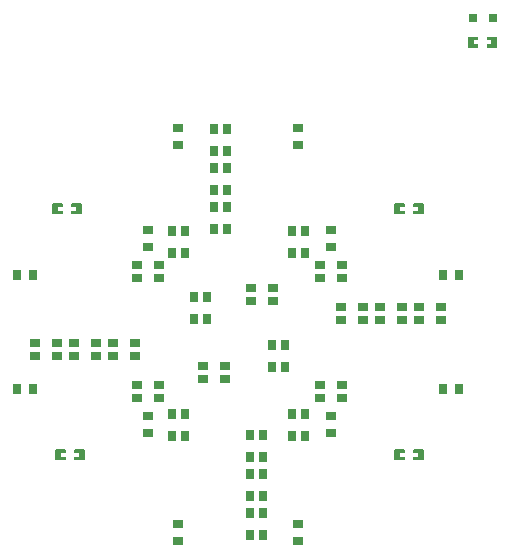
<source format=gtp>
G04 Layer: TopPasteMaskLayer*
G04 Panelize: , Column: 2, Row: 2, Board Size: 58.42mm x 58.42mm, Panelized Board Size: 118.84mm x 118.84mm*
G04 EasyEDA v6.5.32, 2023-07-25 17:12:40*
G04 90a50ce0e3964c3490e883de99d9e253,5a6b42c53f6a479593ecc07194224c93,10*
G04 Gerber Generator version 0.2*
G04 Scale: 100 percent, Rotated: No, Reflected: No *
G04 Dimensions in millimeters *
G04 leading zeros omitted , absolute positions ,4 integer and 5 decimal *
%FSLAX45Y45*%
%MOMM*%

%ADD10R,0.8000X0.8000*%
%ADD11R,0.9000X0.7000*%
%ADD12R,0.7000X0.9000*%
%ADD13R,0.8000X0.9000*%
%ADD14R,0.9000X0.8000*%

%LPD*%
G36*
X3646271Y4007408D02*
G01*
X3641293Y4002379D01*
X3641293Y3979570D01*
X3678275Y3979570D01*
X3678275Y3946601D01*
X3641293Y3946601D01*
X3641293Y3922369D01*
X3646271Y3917391D01*
X3726281Y3917391D01*
X3731310Y3922369D01*
X3731310Y4002379D01*
X3726281Y4007408D01*
G37*
G36*
X3487318Y4007408D02*
G01*
X3482289Y4002379D01*
X3482289Y3922369D01*
X3487318Y3917391D01*
X3566312Y3917391D01*
X3571290Y3922369D01*
X3571290Y3946601D01*
X3533292Y3946601D01*
X3533292Y3979570D01*
X3571290Y3979570D01*
X3571290Y4002379D01*
X3566312Y4007408D01*
G37*
G36*
X3646271Y1924608D02*
G01*
X3641293Y1919579D01*
X3641293Y1896821D01*
X3678275Y1896821D01*
X3678275Y1863801D01*
X3641293Y1863801D01*
X3641293Y1839620D01*
X3646271Y1834591D01*
X3726281Y1834591D01*
X3731310Y1839620D01*
X3731310Y1919579D01*
X3726281Y1924608D01*
G37*
G36*
X3487318Y1924608D02*
G01*
X3482289Y1919579D01*
X3482289Y1839620D01*
X3487318Y1834591D01*
X3566312Y1834591D01*
X3571290Y1839620D01*
X3571290Y1863801D01*
X3533292Y1863801D01*
X3533292Y1896821D01*
X3571290Y1896821D01*
X3571290Y1919579D01*
X3566312Y1924608D01*
G37*
G36*
X776122Y1924608D02*
G01*
X771093Y1919579D01*
X771093Y1896821D01*
X808075Y1896821D01*
X808075Y1863801D01*
X771093Y1863801D01*
X771093Y1839620D01*
X776122Y1834591D01*
X856081Y1834591D01*
X861110Y1839620D01*
X861110Y1919579D01*
X856081Y1924608D01*
G37*
G36*
X617118Y1924608D02*
G01*
X612089Y1919579D01*
X612089Y1839620D01*
X617118Y1834591D01*
X696112Y1834591D01*
X701090Y1839620D01*
X701090Y1863801D01*
X663092Y1863801D01*
X663092Y1896821D01*
X701090Y1896821D01*
X701090Y1919579D01*
X696112Y1924608D01*
G37*
G36*
X750722Y4007408D02*
G01*
X745693Y4002379D01*
X745693Y3979570D01*
X782675Y3979570D01*
X782675Y3946601D01*
X745693Y3946601D01*
X745693Y3922369D01*
X750722Y3917391D01*
X830681Y3917391D01*
X835710Y3922369D01*
X835710Y4002379D01*
X830681Y4007408D01*
G37*
G36*
X591718Y4007408D02*
G01*
X586689Y4002379D01*
X586689Y3922369D01*
X591718Y3917391D01*
X670712Y3917391D01*
X675690Y3922369D01*
X675690Y3946601D01*
X637692Y3946601D01*
X637692Y3979570D01*
X675690Y3979570D01*
X675690Y4002379D01*
X670712Y4007408D01*
G37*
G36*
X4268622Y5417108D02*
G01*
X4263593Y5412079D01*
X4263593Y5389321D01*
X4300575Y5389321D01*
X4300575Y5356301D01*
X4263593Y5356301D01*
X4263593Y5332120D01*
X4268622Y5327091D01*
X4348581Y5327091D01*
X4353610Y5332120D01*
X4353610Y5412079D01*
X4348581Y5417108D01*
G37*
G36*
X4109618Y5417108D02*
G01*
X4104589Y5412079D01*
X4104589Y5332120D01*
X4109618Y5327091D01*
X4188612Y5327091D01*
X4193590Y5332120D01*
X4193590Y5356301D01*
X4155592Y5356301D01*
X4155592Y5389321D01*
X4193590Y5389321D01*
X4193590Y5412079D01*
X4188612Y5417108D01*
G37*
D10*
G01*
X4314190Y5575300D03*
G01*
X4144009Y5575300D03*
D11*
G01*
X2450795Y3293490D03*
G01*
X2267788Y3293490D03*
G01*
X2267788Y3183483D03*
G01*
X2450795Y3183483D03*
G01*
X2044395Y2633090D03*
G01*
X1861388Y2633090D03*
G01*
X1861388Y2523083D03*
G01*
X2044395Y2523083D03*
D12*
G01*
X2446883Y2806395D03*
G01*
X2446909Y2623388D03*
G01*
X2556890Y2623388D03*
G01*
X2556890Y2806395D03*
G01*
X1786483Y3212795D03*
G01*
X1786483Y3029788D03*
G01*
X1896490Y3029788D03*
G01*
X1896490Y3212795D03*
G01*
X2611983Y2225090D03*
G01*
X2611983Y2042083D03*
G01*
X2721990Y2042083D03*
G01*
X2721990Y2225090D03*
G01*
X1595983Y2225090D03*
G01*
X1595983Y2042083D03*
G01*
X1705990Y2042083D03*
G01*
X1705990Y2225090D03*
D11*
G01*
X1488490Y2467990D03*
G01*
X1305483Y2467990D03*
G01*
X1305483Y2357983D03*
G01*
X1488490Y2357983D03*
G01*
X1488490Y3483990D03*
G01*
X1305483Y3483990D03*
G01*
X1305483Y3373983D03*
G01*
X1488490Y3373983D03*
G01*
X3037890Y3483990D03*
G01*
X2854883Y3483990D03*
G01*
X2854883Y3373983D03*
G01*
X3037890Y3373983D03*
G01*
X3037890Y2467990D03*
G01*
X2854883Y2467990D03*
G01*
X2854883Y2357983D03*
G01*
X3037890Y2357983D03*
D12*
G01*
X2611983Y3774490D03*
G01*
X2611983Y3591483D03*
G01*
X2721990Y3591483D03*
G01*
X2721990Y3774490D03*
G01*
X1595983Y3774490D03*
G01*
X1595983Y3591483D03*
G01*
X1705990Y3591483D03*
G01*
X1705990Y3774490D03*
D11*
G01*
X3215690Y3128390D03*
G01*
X3032683Y3128390D03*
G01*
X3032683Y3018383D03*
G01*
X3215690Y3018383D03*
G01*
X3545890Y3128390D03*
G01*
X3362883Y3128390D03*
G01*
X3362883Y3018383D03*
G01*
X3545890Y3018383D03*
G01*
X3876090Y3128390D03*
G01*
X3693083Y3128390D03*
G01*
X3693083Y3018383D03*
G01*
X3876090Y3018383D03*
G01*
X1285290Y2823590D03*
G01*
X1102283Y2823590D03*
G01*
X1102283Y2713583D03*
G01*
X1285290Y2713583D03*
G01*
X955090Y2823590D03*
G01*
X772083Y2823590D03*
G01*
X772083Y2713583D03*
G01*
X955090Y2713583D03*
G01*
X624916Y2823590D03*
G01*
X441909Y2823590D03*
G01*
X441909Y2713583D03*
G01*
X624916Y2713583D03*
D12*
G01*
X2256383Y2047290D03*
G01*
X2256383Y1864283D03*
G01*
X2366390Y1864283D03*
G01*
X2366390Y2047290D03*
G01*
X2256383Y1717090D03*
G01*
X2256383Y1534083D03*
G01*
X2366390Y1534083D03*
G01*
X2366390Y1717090D03*
G01*
X2256383Y1386890D03*
G01*
X2256383Y1203883D03*
G01*
X2366390Y1203883D03*
G01*
X2366390Y1386890D03*
G01*
X1951583Y3977690D03*
G01*
X1951583Y3794683D03*
G01*
X2061590Y3794683D03*
G01*
X2061590Y3977690D03*
G01*
X1951583Y4307890D03*
G01*
X1951583Y4124883D03*
G01*
X2061590Y4124883D03*
G01*
X2061590Y4307890D03*
G01*
X1951583Y4638090D03*
G01*
X1951583Y4455083D03*
G01*
X2061590Y4455083D03*
G01*
X2061590Y4638090D03*
D13*
G01*
X4032402Y3403600D03*
G01*
X3892397Y3403600D03*
G01*
X4032402Y2438400D03*
G01*
X3892397Y2438400D03*
G01*
X285597Y2438400D03*
G01*
X425602Y2438400D03*
G01*
X285597Y3403600D03*
G01*
X425602Y3403600D03*
D14*
G01*
X2667000Y4501997D03*
G01*
X2667000Y4641977D03*
G01*
X1651000Y1149197D03*
G01*
X1651000Y1289202D03*
G01*
X2946400Y2063597D03*
G01*
X2946400Y2203602D03*
G01*
X1651000Y4501997D03*
G01*
X1651000Y4641977D03*
G01*
X2667000Y1149197D03*
G01*
X2667000Y1289202D03*
G01*
X1397000Y3638397D03*
G01*
X1397000Y3778402D03*
G01*
X2946400Y3638397D03*
G01*
X2946400Y3778402D03*
G01*
X1397000Y2063597D03*
G01*
X1397000Y2203602D03*
M02*

</source>
